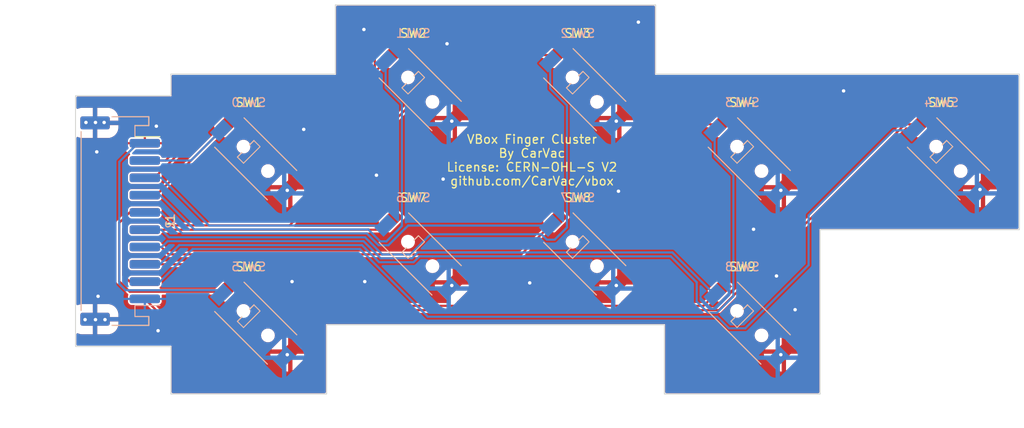
<source format=kicad_pcb>
(kicad_pcb (version 20221018) (generator pcbnew)
  (layers (0 "F.Cu" signal) (31 "B.Cu" signal) (34 "B.Paste" user) (35 "F.Paste" user) (36 "B.SilkS" user "B.Silkscreen") (37 "F.SilkS" user "F.Silkscreen") (38 "B.Mask" user) (39 "F.Mask" user) (44 "Edge.Cuts" user))
  (net 0 "")
  (net 1 "GND")
  (net 2 "START")
  (net 3 "RIGHT")
  (net 4 "DOWN")
  (net 5 "LEFT")
  (net 6 "L")
  (net 7 "UP2")
  (net 8 "PINKY2")
  (net 9 "RING2")
  (net 10 "INDEX2")
  (net 11 "UP")
  (net 12 "MS")
  (net 13 "Z")
  (net 14 "LS")
  (net 15 "X")
  (net 16 "Y")
  (net 17 "RIGHTSTART")
  (net 18 "B")
  (net 19 "R")
  (footprint "Buttons:Vbox" (layer "F.Cu") (at 119 111)
    (fp_text reference "SW7" (at 0 -5.71 unlocked) (layer "F.SilkS"))
    (fp_text value "SW_Push_45deg")
    (fp_line (start -1.308148 0.601041) (end -0.8 0.092893) (stroke (width 0.12)) (layer "F.SilkS"))
    (fp_line (start -0.601041 1.308148) (end -1.308148 0.601041) (stroke (width 0.1)) (layer "F.SilkS"))
    (fp_line (start -0.5374 -3.931513) (end 5.543718 2.149605) (stroke (width 0.12)) (layer "F.SilkS"))
    (fp_line (start 0.601041 -1.308148) (end 0.092893 -0.8) (stroke (width 0.12)) (layer "F.SilkS"))
    (fp_line (start 0.601041 -1.308148) (end 1.308148 -0.601041) (stroke (width 0.1)) (layer "F.SilkS"))
    (fp_line (start 1.308148 -0.601041) (end -0.601041 1.308148) (stroke (width 0.1)) (layer "F.SilkS"))
    (fp_line (start 2.149606 5.543717) (end -3.931512 -0.537401) (stroke (width 0.12)) (layer "F.SilkS"))
    (pad "" np_thru_hole circle (at -0.608111 -0.608112 45) (size 1 1) (drill 1.1) (layers "F&B.Cu" "*.Mask"))
    (pad "" np_thru_hole circle (at 2.220317 2.220316 45) (size 1 1) (drill 1.1) (layers "F&B.Cu" "*.Mask"))
    (pad "1" smd rect (at -2.481944 -3.189051 45) (size 2.2 1.5) (layers "F.Cu" "F.Paste" "F.Mask") (net 5 "LEFT"))
    (pad "2" smd rect (at 4.801256 4.094149 45) (size 2.2 1.5) (layers "F.Cu" "F.Paste" "F.Mask") (net 1 "GND") (thermal_gap 1))
  )
  (footprint "Buttons:Vbox" (layer "F.Cu") (at 180 100)
    (fp_text reference "SW5" (at 0 -5.71 unlocked) (layer "F.SilkS"))
    (fp_text value "SW_Push_45deg")
    (fp_line (start -1.308148 0.601041) (end -0.8 0.092893) (stroke (width 0.12)) (layer "F.SilkS"))
    (fp_line (start -0.601041 1.308148) (end -1.308148 0.601041) (stroke (width 0.1)) (layer "F.SilkS"))
    (fp_line (start -0.5374 -3.931513) (end 5.543718 2.149605) (stroke (width 0.12)) (layer "F.SilkS"))
    (fp_line (start 0.601041 -1.308148) (end 0.092893 -0.8) (stroke (width 0.12)) (layer "F.SilkS"))
    (fp_line (start 0.601041 -1.308148) (end 1.308148 -0.601041) (stroke (width 0.1)) (layer "F.SilkS"))
    (fp_line (start 1.308148 -0.601041) (end -0.601041 1.308148) (stroke (width 0.1)) (layer "F.SilkS"))
    (fp_line (start 2.149606 5.543717) (end -3.931512 -0.537401) (stroke (width 0.12)) (layer "F.SilkS"))
    (pad "" np_thru_hole circle (at -0.608111 -0.608112 45) (size 1 1) (drill 1.1) (layers "F&B.Cu" "*.Mask"))
    (pad "" np_thru_hole circle (at 2.220317 2.220316 45) (size 1 1) (drill 1.1) (layers "F&B.Cu" "*.Mask"))
    (pad "1" smd rect (at -2.481944 -3.189051 45) (size 2.2 1.5) (layers "F.Cu" "F.Paste" "F.Mask") (net 2 "START"))
    (pad "2" smd rect (at 4.801256 4.094149 45) (size 2.2 1.5) (layers "F.Cu" "F.Paste" "F.Mask") (net 1 "GND") (thermal_gap 1))
  )
  (footprint "Buttons:Vbox" (layer "F.Cu") (at 119 92)
    (fp_text reference "SW2" (at 0 -5.71 unlocked) (layer "F.SilkS"))
    (fp_text value "SW_Push_45deg")
    (fp_line (start -1.308148 0.601041) (end -0.8 0.092893) (stroke (width 0.12)) (layer "F.SilkS"))
    (fp_line (start -0.601041 1.308148) (end -1.308148 0.601041) (stroke (width 0.1)) (layer "F.SilkS"))
    (fp_line (start -0.5374 -3.931513) (end 5.543718 2.149605) (stroke (width 0.12)) (layer "F.SilkS"))
    (fp_line (start 0.601041 -1.308148) (end 0.092893 -0.8) (stroke (width 0.12)) (layer "F.SilkS"))
    (fp_line (start 0.601041 -1.308148) (end 1.308148 -0.601041) (stroke (width 0.1)) (layer "F.SilkS"))
    (fp_line (start 1.308148 -0.601041) (end -0.601041 1.308148) (stroke (width 0.1)) (layer "F.SilkS"))
    (fp_line (start 2.149606 5.543717) (end -3.931512 -0.537401) (stroke (width 0.12)) (layer "F.SilkS"))
    (pad "" np_thru_hole circle (at -0.608111 -0.608112 45) (size 1 1) (drill 1.1) (layers "F&B.Cu" "*.Mask"))
    (pad "" np_thru_hole circle (at 2.220317 2.220316 45) (size 1 1) (drill 1.1) (layers "F&B.Cu" "*.Mask"))
    (pad "1" smd rect (at -2.481944 -3.189051 45) (size 2.2 1.5) (layers "F.Cu" "F.Paste" "F.Mask") (net 9 "RING2"))
    (pad "2" smd rect (at 4.801256 4.094149 45) (size 2.2 1.5) (layers "F.Cu" "F.Paste" "F.Mask") (net 1 "GND") (thermal_gap 1))
  )
  (footprint "Buttons:Vbox" (layer "F.Cu") (at 138 92)
    (fp_text reference "SW3" (at 0 -5.71 unlocked) (layer "F.SilkS"))
    (fp_text value "SW_Push_45deg")
    (fp_line (start -1.308148 0.601041) (end -0.8 0.092893) (stroke (width 0.12)) (layer "F.SilkS"))
    (fp_line (start -0.601041 1.308148) (end -1.308148 0.601041) (stroke (width 0.1)) (layer "F.SilkS"))
    (fp_line (start -0.5374 -3.931513) (end 5.543718 2.149605) (stroke (width 0.12)) (layer "F.SilkS"))
    (fp_line (start 0.601041 -1.308148) (end 0.092893 -0.8) (stroke (width 0.12)) (layer "F.SilkS"))
    (fp_line (start 0.601041 -1.308148) (end 1.308148 -0.601041) (stroke (width 0.1)) (layer "F.SilkS"))
    (fp_line (start 1.308148 -0.601041) (end -0.601041 1.308148) (stroke (width 0.1)) (layer "F.SilkS"))
    (fp_line (start 2.149606 5.543717) (end -3.931512 -0.537401) (stroke (width 0.12)) (layer "F.SilkS"))
    (pad "" np_thru_hole circle (at -0.608111 -0.608112 45) (size 1 1) (drill 1.1) (layers "F&B.Cu" "*.Mask"))
    (pad "" np_thru_hole circle (at 2.220317 2.220316 45) (size 1 1) (drill 1.1) (layers "F&B.Cu" "*.Mask"))
    (pad "1" smd rect (at -2.481944 -3.189051 45) (size 2.2 1.5) (layers "F.Cu" "F.Paste" "F.Mask") (net 7 "UP2"))
    (pad "2" smd rect (at 4.801256 4.094149 45) (size 2.2 1.5) (layers "F.Cu" "F.Paste" "F.Mask") (net 1 "GND") (thermal_gap 1))
  )
  (footprint "Buttons:Vbox" (layer "F.Cu") (at 100 119)
    (fp_text reference "SW6" (at 0 -5.71 unlocked) (layer "F.SilkS"))
    (fp_text value "SW_Push_45deg")
    (fp_line (start -1.308148 0.601041) (end -0.8 0.092893) (stroke (width 0.12)) (layer "F.SilkS"))
    (fp_line (start -0.601041 1.308148) (end -1.308148 0.601041) (stroke (width 0.1)) (layer "F.SilkS"))
    (fp_line (start -0.5374 -3.931513) (end 5.543718 2.149605) (stroke (width 0.12)) (layer "F.SilkS"))
    (fp_line (start 0.601041 -1.308148) (end 0.092893 -0.8) (stroke (width 0.12)) (layer "F.SilkS"))
    (fp_line (start 0.601041 -1.308148) (end 1.308148 -0.601041) (stroke (width 0.1)) (layer "F.SilkS"))
    (fp_line (start 1.308148 -0.601041) (end -0.601041 1.308148) (stroke (width 0.1)) (layer "F.SilkS"))
    (fp_line (start 2.149606 5.543717) (end -3.931512 -0.537401) (stroke (width 0.12)) (layer "F.SilkS"))
    (pad "" np_thru_hole circle (at -0.608111 -0.608112 45) (size 1 1) (drill 1.1) (layers "F&B.Cu" "*.Mask"))
    (pad "" np_thru_hole circle (at 2.220317 2.220316 45) (size 1 1) (drill 1.1) (layers "F&B.Cu" "*.Mask"))
    (pad "1" smd rect (at -2.481944 -3.189051 45) (size 2.2 1.5) (layers "F.Cu" "F.Paste" "F.Mask") (net 6 "L"))
    (pad "2" smd rect (at 4.801256 4.094149 45) (size 2.2 1.5) (layers "F.Cu" "F.Paste" "F.Mask") (net 1 "GND") (thermal_gap 1))
  )
  (footprint "Buttons:Vbox" (layer "F.Cu") (at 157 119)
    (fp_text reference "SW9" (at 0 -5.71 unlocked) (layer "F.SilkS"))
    (fp_text value "SW_Push_45deg")
    (fp_line (start -1.308148 0.601041) (end -0.8 0.092893) (stroke (width 0.12)) (layer "F.SilkS"))
    (fp_line (start -0.601041 1.308148) (end -1.308148 0.601041) (stroke (width 0.1)) (layer "F.SilkS"))
    (fp_line (start -0.5374 -3.931513) (end 5.543718 2.149605) (stroke (width 0.12)) (layer "F.SilkS"))
    (fp_line (start 0.601041 -1.308148) (end 0.092893 -0.8) (stroke (width 0.12)) (layer "F.SilkS"))
    (fp_line (start 0.601041 -1.308148) (end 1.308148 -0.601041) (stroke (width 0.1)) (layer "F.SilkS"))
    (fp_line (start 1.308148 -0.601041) (end -0.601041 1.308148) (stroke (width 0.1)) (layer "F.SilkS"))
    (fp_line (start 2.149606 5.543717) (end -3.931512 -0.537401) (stroke (width 0.12)) (layer "F.SilkS"))
    (pad "" np_thru_hole circle (at -0.608111 -0.608112 45) (size 1 1) (drill 1.1) (layers "F&B.Cu" "*.Mask"))
    (pad "" np_thru_hole circle (at 2.220317 2.220316 45) (size 1 1) (drill 1.1) (layers "F&B.Cu" "*.Mask"))
    (pad "1" smd rect (at -2.481944 -3.189051 45) (size 2.2 1.5) (layers "F.Cu" "F.Paste" "F.Mask") (net 3 "RIGHT"))
    (pad "2" smd rect (at 4.801256 4.094149 45) (size 2.2 1.5) (layers "F.Cu" "F.Paste" "F.Mask") (net 1 "GND") (thermal_gap 1))
  )
  (footprint "Buttons:Vbox" (layer "F.Cu") (at 100 100)
    (fp_text reference "SW1" (at 0 -5.71 unlocked) (layer "F.SilkS"))
    (fp_text value "SW_Push_45deg")
    (fp_line (start -1.308148 0.601041) (end -0.8 0.092893) (stroke (width 0.12)) (layer "F.SilkS"))
    (fp_line (start -0.601041 1.308148) (end -1.308148 0.601041) (stroke (width 0.1)) (layer "F.SilkS"))
    (fp_line (start -0.5374 -3.931513) (end 5.543718 2.149605) (stroke (width 0.12)) (layer "F.SilkS"))
    (fp_line (start 0.601041 -1.308148) (end 0.092893 -0.8) (stroke (width 0.12)) (layer "F.SilkS"))
    (fp_line (start 0.601041 -1.308148) (end 1.308148 -0.601041) (stroke (width 0.1)) (layer "F.SilkS"))
    (fp_line (start 1.308148 -0.601041) (end -0.601041 1.308148) (stroke (width 0.1)) (layer "F.SilkS"))
    (fp_line (start 2.149606 5.543717) (end -3.931512 -0.537401) (stroke (width 0.12)) (layer "F.SilkS"))
    (pad "" np_thru_hole circle (at -0.608111 -0.608112 45) (size 1 1) (drill 1.1) (layers "F&B.Cu" "*.Mask"))
    (pad "" np_thru_hole circle (at 2.220317 2.220316 45) (size 1 1) (drill 1.1) (layers "F&B.Cu" "*.Mask"))
    (pad "1" smd rect (at -2.481944 -3.189051 45) (size 2.2 1.5) (layers "F.Cu" "F.Paste" "F.Mask") (net 8 "PINKY2"))
    (pad "2" smd rect (at 4.801256 4.094149 45) (size 2.2 1.5) (layers "F.Cu" "F.Paste" "F.Mask") (net 1 "GND") (thermal_gap 1))
  )
  (footprint "Connector_JST:JST_PH_S10B-PH-SM4-TB_1x10-1MP_P2.00mm_Horizontal" (layer "F.Cu") (at 85.15 108 -90)
    (fp_text reference "J1" (at 0 -5.8 90) (layer "F.SilkS"))
    (fp_text value "Conn_01x10")
    (fp_line (start -12.06 -3.31) (end -11.04 -3.31) (stroke (width 0.12)) (layer "F.SilkS"))
    (fp_line (start -12.06 0.94) (end -12.06 -3.31) (stroke (width 0.12)) (layer "F.SilkS"))
    (fp_line (start -11.04 -3.31) (end -11.04 -1.71) (stroke (width 0.12)) (layer "F.SilkS"))
    (fp_line (start -11.04 -1.71) (end -9.76 -1.71) (stroke (width 0.12)) (layer "F.SilkS"))
    (fp_line (start -10.34 4.51) (end 10.34 4.51) (stroke (width 0.12)) (layer "F.SilkS"))
    (fp_line (start -9.76 -1.71) (end -9.76 -4.6) (stroke (width 0.12)) (layer "F.SilkS"))
    (fp_line (start 11.04 -3.31) (end 11.04 -1.71) (stroke (width 0.12)) (layer "F.SilkS"))
    (fp_line (start 11.04 -1.71) (end 9.76 -1.71) (stroke (width 0.12)) (layer "F.SilkS"))
    (fp_line (start 12.06 -3.31) (end 11.04 -3.31) (stroke (width 0.12)) (layer "F.SilkS"))
    (fp_line (start 12.06 0.94) (end 12.06 -3.31) (stroke (width 0.12)) (layer "F.SilkS"))
    (pad "1" smd roundrect (at -9 -2.85 270) (size 1 3.5) (layers "F.Cu" "F.Paste" "F.Mask") (net 1 "GND") (thermal_bridge_width 0.2) (thermal_gap 0.7))
    (pad "2" smd roundrect (at -7 -2.85 270) (size 1 3.5) (layers "F.Cu" "F.Paste" "F.Mask") (net 10 "INDEX2"))
    (pad "3" smd roundrect (at -5 -2.85 270) (size 1 3.5) (layers "F.Cu" "F.Paste" "F.Mask") (net 9 "RING2"))
    (pad "4" smd roundrect (at -3 -2.85 270) (size 1 3.5) (layers "F.Cu" "F.Paste" "F.Mask") (net 8 "PINKY2"))
    (pad "5" smd roundrect (at -1 -2.85 270) (size 1 3.5) (layers "F.Cu" "F.Paste" "F.Mask") (net 6 "L"))
    (pad "6" smd roundrect (at 1 -2.85 270) (size 1 3.5) (layers "F.Cu" "F.Paste" "F.Mask") (net 5 "LEFT"))
    (pad "7" smd roundrect (at 3 -2.85 270) (size 1 3.5) (layers "F.Cu" "F.Paste" "F.Mask") (net 4 "DOWN"))
    (pad "8" smd roundrect (at 5 -2.85 270) (size 1 3.5) (layers "F.Cu" "F.Paste" "F.Mask") (net 3 "RIGHT"))
    (pad "9" smd roundrect (at 7 -2.85 270) (size 1 3.5) (layers "F.Cu" "F.Paste" "F.Mask") (net 7 "UP2"))
    (pad "10" smd roundrect (at 9 -2.85 270) (size 1 3.5) (layers "F.Cu" "F.Paste" "F.Mask") (net 2 "START"))
    (pad "MP" smd roundrect (at -11.35 2.9 270) (size 1.5 3.4) (layers "F.Cu" "F.Paste" "F.Mask") (roundrect_rratio 0.1666673333) (net 1 "GND") (thermal_gap 1))
    (pad "MP" smd roundrect (at 11.35 2.9 270) (size 1.5 3.4) (layers "F.Cu" "F.Paste" "F.Mask") (roundrect_rratio 0.1666673333) (net 1 "GND") (thermal_gap 1))
  )
  (footprint "Buttons:Vbox" (layer "F.Cu") (at 138 111)
    (fp_text reference "SW8" (at 0 -5.71 unlocked) (layer "F.SilkS"))
    (fp_text value "SW_Push_45deg")
    (fp_line (start -1.308148 0.601041) (end -0.8 0.092893) (stroke (width 0.12)) (layer "F.SilkS"))
    (fp_line (start -0.601041 1.308148) (end -1.308148 0.601041) (stroke (width 0.1)) (layer "F.SilkS"))
    (fp_line (start -0.5374 -3.931513) (end 5.543718 2.149605) (stroke (width 0.12)) (layer "F.SilkS"))
    (fp_line (start 0.601041 -1.308148) (end 0.092893 -0.8) (stroke (width 0.12)) (layer "F.SilkS"))
    (fp_line (start 0.601041 -1.308148) (end 1.308148 -0.601041) (stroke (width 0.1)) (layer "F.SilkS"))
    (fp_line (start 1.308148 -0.601041) (end -0.601041 1.308148) (stroke (width 0.1)) (layer "F.SilkS"))
    (fp_line (start 2.149606 5.543717) (end -3.931512 -0.537401) (stroke (width 0.12)) (layer "F.SilkS"))
    (pad "" np_thru_hole circle (at -0.608111 -0.608112 45) (size 1 1) (drill 1.1) (layers "F&B.Cu" "*.Mask"))
    (pad "" np_thru_hole circle (at 2.220317 2.220316 45) (size 1 1) (drill 1.1) (layers "F&B.Cu" "*.Mask"))
    (pad "1" smd rect (at -2.481944 -3.189051 45) (size 2.2 1.5) (layers "F.Cu" "F.Paste" "F.Mask") (net 4 "DOWN"))
    (pad "2" smd rect (at 4.801256 4.094149 45) (size 2.2 1.5) (layers "F.Cu" "F.Paste" "F.Mask") (net 1 "GND") (thermal_gap 1))
  )
  (footprint "Buttons:Vbox" (layer "F.Cu") (at 157 100)
    (fp_text reference "SW4" (at 0 -5.71 unlocked) (layer "F.SilkS"))
    (fp_text value "SW_Push_45deg")
    (fp_line (start -1.308148 0.601041) (end -0.8 0.092893) (stroke (width 0.12)) (layer "F.SilkS"))
    (fp_line (start -0.601041 1.308148) (end -1.308148 0.601041) (stroke (width 0.1)) (layer "F.SilkS"))
    (fp_line (start -0.5374 -3.931513) (end 5.543718 2.149605) (stroke (width 0.12)) (layer "F.SilkS"))
    (fp_line (start 0.601041 -1.308148) (end 0.092893 -0.8) (stroke (width 0.12)) (layer "F.SilkS"))
    (fp_line (start 0.601041 -1.308148) (end 1.308148 -0.601041) (stroke (width 0.1)) (layer "F.SilkS"))
    (fp_line (start 1.308148 -0.601041) (end -0.601041 1.308148) (stroke (width 0.1)) (layer "F.SilkS"))
    (fp_line (start 2.149606 5.543717) (end -3.931512 -0.537401) (stroke (width 0.12)) (layer "F.SilkS"))
    (pad "" np_thru_hole circle (at -0.608111 -0.608112 45) (size 1 1) (drill 1.1) (layers "F&B.Cu" "*.Mask"))
    (pad "" np_thru_hole circle (at 2.220317 2.220316 45) (size 1 1) (drill 1.1) (layers "F&B.Cu" "*.Mask"))
    (pad "1" smd rect (at -2.481944 -3.189051 45) (size 2.2 1.5) (layers "F.Cu" "F.Paste" "F.Mask") (net 10 "INDEX2"))
    (pad "2" smd rect (at 4.801256 4.094149 45) (size 2.2 1.5) (layers "F.Cu" "F.Paste" "F.Mask") (net 1 "GND") (thermal_gap 1))
  )
  (footprint "Connector_JST:JST_PH_S10B-PH-SM4-TB_1x10-1MP_P2.00mm_Horizontal" (layer "B.Cu") (at 85.15 108 90)
    (fp_text reference "J2" (at 0 5.8 90) (layer "B.SilkS") (effects (justify mirror)))
    (fp_text value "Conn_01x10")
    (fp_line (start -12.06 -0.94) (end -12.06 3.31) (stroke (width 0.12)) (layer "B.SilkS"))
    (fp_line (start -12.06 3.31) (end -11.04 3.31) (stroke (width 0.12)) (layer "B.SilkS"))
    (fp_line (start -11.04 1.71) (end -9.76 1.71) (stroke (width 0.12)) (layer "B.SilkS"))
    (fp_line (start -11.04 3.31) (end -11.04 1.71) (stroke (width 0.12)) (layer "B.SilkS"))
    (fp_line (start -10.34 -4.51) (end 10.34 -4.51) (stroke (width 0.12)) (layer "B.SilkS"))
    (fp_line (start -9.76 1.71) (end -9.76 4.6) (stroke (width 0.12)) (layer "B.SilkS"))
    (fp_line (start 11.04 1.71) (end 9.76 1.71) (stroke (width 0.12)) (layer "B.SilkS"))
    (fp_line (start 11.04 3.31) (end 11.04 1.71) (stroke (width 0.12)) (layer "B.SilkS"))
    (fp_line (start 12.06 -0.94) (end 12.06 3.31) (stroke (width 0.12)) (layer "B.SilkS"))
    (fp_line (start 12.06 3.31) (end 11.04 3.31) (stroke (width 0.12)) (layer "B.SilkS"))
    (pad "1" smd roundrect (at -9 2.85 90) (size 1 3.5) (layers "B.Cu" "B.Paste" "B.Mask") (net 1 "GND") (thermal_bridge_width 0.2) (thermal_gap 0.7))
    (pad "2" smd roundrect (at -7 2.85 90) (size 1 3.5) (layers "B.Cu" "B.Paste" "B.Mask") (net 17 "RIGHTSTART"))
    (pad "3" smd roundrect (at -5 2.85 90) (size 1 3.5) (layers "B.Cu" "B.Paste" "B.Mask") (net 19 "R"))
    (pad "4" smd roundrect (at -3 2.85 90) (size 1 3.5) (layers "B.Cu" "B.Paste" "B.Mask") (net 18 "B"))
    (pad "5" smd roundrect (at -1 2.85 90) (size 1 3.5) (layers "B.Cu" "B.Paste" "B.Mask") (net 16 "Y"))
    (pad "6" smd roundrect (at 1 2.85 90) (size 1 3.5) (layers "B.Cu" "B.Paste" "B.Mask") (net 15 "X"))
    (pad "7" smd roundrect (at 3 2.85 90) (size 1 3.5) (layers "B.Cu" "B.Paste" "B.Mask") (net 14 "LS"))
    (pad "8" smd roundrect (at 5 2.85 90) (size 1 3.5) (layers "B.Cu" "B.Paste" "B.Mask") (net 13 "Z"))
    (pad "9" smd roundrect (at 7 2.85 90) (size 1 3.5) (layers "B.Cu" "B.Paste" "B.Mask") (net 12 "MS"))
    (pad "10" smd roundrect (at 9 2.85 90) (size 1 3.5) (layers "B.Cu" "B.Paste" "B.Mask") (net 11 "UP") (thermal_bridge_width 0.2) (thermal_gap 0.7))
    (pad "MP" smd roundrect (at -11.35 -2.9 90) (size 1.5 3.4) (layers "B.Cu" "B.Paste" "B.Mask") (roundrect_rratio 0.1666673333) (net 1 "GND") (thermal_gap 1))
    (pad "MP" smd roundrect (at 11.35 -2.9 90) (size 1.5 3.4) (layers "B.Cu" "B.Paste" "B.Mask") (roundrect_rratio 0.1666673333) (net 1 "GND") (thermal_gap 1))
  )
  (footprint "Buttons:Vbox_1" (layer "B.Cu") (at 100 100 180)
    (fp_text reference "SW10" (at 0 5.71 unlocked) (layer "B.SilkS") (effects (justify mirror)))
    (fp_text value "SW_Push_45deg")
    (fp_line (start -5.543717 -2.149606) (end 0.537401 3.931512) (stroke (width 0.12)) (layer "B.SilkS"))
    (fp_line (start -1.308148 0.601041) (end -0.601041 1.308148) (stroke (width 0.1)) (layer "B.SilkS"))
    (fp_line (start -0.601041 1.308148) (end -0.1 0.807107) (stroke (width 0.12)) (layer "B.SilkS"))
    (fp_line (start 0.601041 -1.308148) (end -1.308148 0.601041) (stroke (width 0.1)) (layer "B.SilkS"))
    (fp_line (start 1.308148 -0.601041) (end 0.601041 -1.308148) (stroke (width 0.1)) (layer "B.SilkS"))
    (fp_line (start 1.308148 -0.601041) (end 0.8 -0.092893) (stroke (width 0.12)) (layer "B.SilkS"))
    (fp_line (start 3.931513 0.5374) (end -2.149605 -5.543718) (stroke (width 0.12)) (layer "B.SilkS"))
    (pad "1" smd rect (at 3.189051 2.481944 225) (size 2.2 1.5) (layers "B.Cu" "B.Paste" "B.Mask") (net 12 "MS"))
    (pad "2" smd rect (at -4.094149 -4.801256 225) (size 2.2 1.5) (layers "B.Cu" "B.Paste" "B.Mask") (net 1 "GND") (thermal_gap 1))
  )
  (footprint "Buttons:Vbox_1" (layer "B.Cu") (at 157 100 180)
    (fp_text reference "SW13" (at 0 5.71 unlocked) (layer "B.SilkS") (effects (justify mirror)))
    (fp_text value "SW_Push_45deg")
    (fp_line (start -5.543717 -2.149606) (end 0.537401 3.931512) (stroke (width 0.12)) (layer "B.SilkS"))
    (fp_line (start -1.308148 0.601041) (end -0.601041 1.308148) (stroke (width 0.1)) (layer "B.SilkS"))
    (fp_line (start -0.601041 1.308148) (end -0.1 0.807107) (stroke (width 0.12)) (layer "B.SilkS"))
    (fp_line (start 0.601041 -1.308148) (end -1.308148 0.601041) (stroke (width 0.1)) (layer "B.SilkS"))
    (fp_line (start 1.308148 -0.601041) (end 0.601041 -1.308148) (stroke (width 0.1)) (layer "B.SilkS"))
    (fp_line (start 1.308148 -0.601041) (end 0.8 -0.092893) (stroke (width 0.12)) (layer "B.SilkS"))
    (fp_line (start 3.931513 0.5374) (end -2.149605 -5.543718) (stroke (width 0.12)) (layer "B.SilkS"))
    (pad "1" smd rect (at 3.189051 2.481944 225) (size 2.2 1.5) (layers "B.Cu" "B.Paste" "B.Mask") (net 19 "R"))
    (pad "2" smd rect (at -4.094149 -4.801256 225) (size 2.2 1.5) (layers "B.Cu" "B.Paste" "B.Mask") (net 1 "GND") (thermal_gap 1))
  )
  (footprint "Buttons:Vbox_1" (layer "B.Cu") (at 180 100 180)
    (fp_text reference "SW14" (at 0 5.71 unlocked) (layer "B.SilkS") (effects (justify mirror)))
    (fp_text value "SW_Push_45deg")
    (fp_line (start -5.543717 -2.149606) (end 0.537401 3.931512) (stroke (width 0.12)) (layer "B.SilkS"))
    (fp_line (start -1.308148 0.601041) (end -0.601041 1.308148) (stroke (width 0.1)) (layer "B.SilkS"))
    (fp_line (start -0.601041 1.308148) (end -0.1 0.807107) (stroke (width 0.12)) (layer "B.SilkS"))
    (fp_line (start 0.601041 -1.308148) (end -1.308148 0.601041) (stroke (width 0.1)) (layer "B.SilkS"))
    (fp_line (start 1.308148 -0.601041) (end 0.601041 -1.308148) (stroke (width 0.1)) (layer "B.SilkS"))
    (fp_line (start 1.308148 -0.601041) (end 0.8 -0.092893) (stroke (width 0.12)) (layer "B.SilkS"))
    (fp_line (start 3.931513 0.5374) (end -2.149605 -5.543718) (stroke (width 0.12)) (layer "B.SilkS"))
    (pad "1" smd rect (at 3.189051 2.481944 225) (size 2.2 1.5) (layers "B.Cu" "B.Paste" "B.Mask") (net 17 "RIGHTSTART"))
    (pad "2" smd rect (at -4.094149 -4.801256 225) (size 2.2 1.5) (layers "B.Cu" "B.Paste" "B.Mask") (net 1 "GND") (thermal_gap 1))
  )
  (footprint "Buttons:Vbox_1" (layer "B.Cu") (at 100 119 180)
    (fp_text reference "SW15" (at 0 5.71 unlocked) (layer "B.SilkS") (effects (justify mirror)))
    (fp_text value "SW_Push_45deg")
    (fp_line (start -5.543717 -2.149606) (end 0.537401 3.931512) (stroke (width 0.12)) (layer "B.SilkS"))
    (fp_line (start -1.308148 0.601041) (end -0.601041 1.308148) (stroke (width 0.1)) (layer "B.SilkS"))
    (fp_line (start -0.601041 1.308148) (end -0.1 0.807107) (stroke (width 0.12)) (layer "B.SilkS"))
    (fp_line (start 0.601041 -1.308148) (end -1.308148 0.601041) (stroke (width 0.1)) (layer "B.SilkS"))
    (fp_line (start 1.308148 -0.601041) (end 0.601041 -1.308148) (stroke (width 0.1)) (layer "B.SilkS"))
    (fp_line (start 1.308148 -0.601041) (end 0.8 -0.092893) (stroke (width 0.12)) (layer "B.SilkS"))
    (fp_line (start 3.931513 0.5374) (end -2.149605 -5.543718) (stroke (width 0.12)) (layer "B.SilkS"))
    (pad "1" smd rect (at 3.189051 2.481944 225) (size 2.2 1.5) (layers "B.Cu" "B.Paste" "B.Mask") (net 11 "UP"))
    (pad "2" smd rect (at -4.094149 -4.801256 225) (size 2.2 1.5) (layers "B.Cu" "B.Paste" "B.Mask") (net 1 "GND") (thermal_gap 1))
  )
  (footprint "Buttons:Vbox_1" (layer "B.Cu") (at 138 111 180)
    (fp_text reference "SW17" (at 0 5.71 unlocked) (layer "B.SilkS") (effects (justify mirror)))
    (fp_text value "SW_Push_45deg")
    (fp_line (start -5.543717 -2.149606) (end 0.537401 3.931512) (stroke (width 0.12)) (layer "B.SilkS"))
    (fp_line (start -1.308148 0.601041) (end -0.601041 1.308148) (stroke (width 0.1)) (layer "B.SilkS"))
    (fp_line (start -0.601041 1.308148) (end -0.1 0.807107) (stroke (width 0.12)) (layer "B.SilkS"))
    (fp_line (start 0.601041 -1.308148) (end -1.308148 0.601041) (stroke (width 0.1)) (layer "B.SilkS"))
    (fp_line (start 1.308148 -0.601041) (end 0.601041 -1.308148) (stroke (width 0.1)) (layer "B.SilkS"))
    (fp_line (start 1.308148 -0.601041) (end 0.8 -0.092893) (stroke (width 0.12)) (layer "B.SilkS"))
    (fp_line (start 3.931513 0.5374) (end -2.149605 -5.543718) (stroke (width 0.12)) (layer "B.SilkS"))
    (pad "1" smd rect (at 3.189051 2.481944 225) (size 2.2 1.5) (layers "B.Cu" "B.Paste" "B.Mask") (net 15 "X"))
    (pad "2" smd rect (at -4.094149 -4.801256 225) (size 2.2 1.5) (layers "B.Cu" "B.Paste" "B.Mask") (net 1 "GND") (thermal_gap 1))
  )
  (footprint "Buttons:Vbox_1" (layer "B.Cu") (at 138 92 180)
    (fp_text reference "SW12" (at 0 5.71 unlocked) (layer "B.SilkS") (effects (justify mirror)))
    (fp_text value "SW_Push_45deg")
    (fp_line (start -5.543717 -2.149606) (end 0.537401 3.931512) (stroke (width 0.12)) (layer "B.SilkS"))
    (fp_line (start -1.308148 0.601041) (end -0.601041 1.308148) (stroke (width 0.1)) (layer "B.SilkS"))
    (fp_line (start -0.601041 1.308148) (end -0.1 0.807107) (stroke (width 0.12)) (layer "B.SilkS"))
    (fp_line (start 0.601041 -1.308148) (end -1.308148 0.601041) (stroke (width 0.1)) (layer "B.SilkS"))
    (fp_line (start 1.308148 -0.601041) (end 0.601041 -1.308148) (stroke (width 0.1)) (layer "B.SilkS"))
    (fp_line (start 1.308148 -0.601041) (end 0.8 -0.092893) (stroke (width 0.12)) (layer "B.SilkS"))
    (fp_line (start 3.931513 0.5374) (end -2.149605 -5.543718) (stroke (width 0.12)) (layer "B.SilkS"))
    (pad "1" smd rect (at 3.189051 2.481944 225) (size 2.2 1.5) (layers "B.Cu" "B.Paste" "B.Mask") (net 16 "Y"))
    (pad "2" smd rect (at -4.094149 -4.801256 225) (size 2.2 1.5) (layers "B.Cu" "B.Paste" "B.Mask") (net 1 "GND") (thermal_gap 1))
  )
  (footprint "Buttons:Vbox_1" (layer "B.Cu") (at 119 111 180)
    (fp_text reference "SW16" (at 0 5.71 unlocked) (layer "B.SilkS") (effects (justify mirror)))
    (fp_text value "SW_Push_45deg")
    (fp_line (start -5.543717 -2.149606) (end 0.537401 3.931512) (stroke (width 0.12)) (layer "B.SilkS"))
    (fp_line (start -1.308148 0.601041) (end -0.601041 1.308148) (stroke (width 0.1)) (layer "B.SilkS"))
    (fp_line (start -0.601041 1.308148) (end -0.1 0.807107) (stroke (width 0.12)) (layer "B.SilkS"))
    (fp_line (start 0.601041 -1.308148) (end -1.308148 0.601041) (stroke (width 0.1)) (layer "B.SilkS"))
    (fp_line (start 1.308148 -0.601041) (end 0.601041 -1.308148) (stroke (width 0.1)) (layer "B.SilkS"))
    (fp_line (start 1.308148 -0.601041) (end 0.8 -0.092893) (stroke (width 0.12)) (layer "B.SilkS"))
    (fp_line (start 3.931513 0.5374) (end -2.149605 -5.543718) (stroke (width 0.12)) (layer "B.SilkS"))
    (pad "1" smd rect (at 3.189051 2.481944 225) (size 2.2 1.5) (layers "B.Cu" "B.Paste" "B.Mask") (net 13 "Z"))
    (pad "2" smd rect (at -4.094149 -4.801256 225) (size 2.2 1.5) (layers "B.Cu" "B.Paste" "B.Mask") (net 1 "GND") (thermal_gap 1))
  )
  (footprint "Buttons:Vbox_1" (layer "B.Cu") (at 119 92 180)
    (fp_text reference "SW11" (at 0 5.71 unlocked) (layer "B.SilkS") (effects (justify mirror)))
    (fp_text value "SW_Push_45deg")
    (fp_line (start -5.543717 -2.149606) (end 0.537401 3.931512) (stroke (width 0.12)) (layer "B.SilkS"))
    (fp_line (start -1.308148 0.601041) (end -0.601041 1.308148) (stroke (width 0.1)) (layer "B.SilkS"))
    (fp_line (start -0.601041 1.308148) (end -0.1 0.807107) (stroke (width 0.12)) (layer "B.SilkS"))
    (fp_line (start 0.601041 -1.308148) (end -1.308148 0.601041) (stroke (width 0.1)) (layer "B.SilkS"))
    (fp_line (start 1.308148 -0.601041) (end 0.601041 -1.308148) (stroke (width 0.1)) (layer "B.SilkS"))
    (fp_line (start 1.308148 -0.601041) (end 0.8 -0.092893) (stroke (width 0.12)) (layer "B.SilkS"))
    (fp_line (start 3.931513 0.5374) (end -2.149605 -5.543718) (stroke (width 0.12)) (layer "B.SilkS"))
    (pad "1" smd rect (at 3.189051 2.481944 225) (size 2.2 1.5) (layers "B.Cu" "B.Paste" "B.Mask") (net 14 "LS"))
    (pad "2" smd rect (at -4.094149 -4.801256 225) (size 2.2 1.5) (layers "B.Cu" "B.Paste" "B.Mask") (net 1 "GND") (thermal_gap 1))
  )
  (footprint "Buttons:Vbox_1" (layer "B.Cu") (at 157 119 180)
    (fp_text reference "SW18" (at 0 5.71 unlocked) (layer "B.SilkS") (effects (justify mirror)))
    (fp_text value "SW_Push_45deg")
    (fp_line (start -5.543717 -2.149606) (end 0.537401 3.931512) (stroke (width 0.12)) (layer "B.SilkS"))
    (fp_line (start -1.308148 0.601041) (end -0.601041 1.308148) (stroke (width 0.1)) (layer "B.SilkS"))
    (fp_line (start -0.601041 1.308148) (end -0.1 0.807107) (stroke (width 0.12)) (layer "B.SilkS"))
    (fp_line (start 0.601041 -1.308148) (end -1.308148 0.601041) (stroke (width 0.1)) (layer "B.SilkS"))
    (fp_line (start 1.308148 -0.601041) (end 0.601041 -1.308148) (stroke (width 0.1)) (layer "B.SilkS"))
    (fp_line (start 1.308148 -0.601041) (end 0.8 -0.092893) (stroke (width 0.12)) (layer "B.SilkS"))
    (fp_line (start 3.931513 0.5374) (end -2.149605 -5.543718) (stroke (width 0.12)) (layer "B.SilkS"))
    (pad "1" smd rect (at 3.189051 2.481944 225) (size 2.2 1.5) (layers "B.Cu" "B.Paste" "B.Mask") (net 18 "B"))
    (pad "2" smd rect (at -4.094149 -4.801256 225) (size 2.2 1.5) (layers "B.Cu" "B.Paste" "B.Mask") (net 1 "GND") (thermal_gap 1))
  )
  (gr_poly (pts (xy 91 122.5) (xy 91 128) (xy 109 128) (xy 109 120) (xy 148 120) (xy 148 128) (xy 166 128) (xy 166 109) (xy 189 109) (xy 189 91) (xy 147 91) (xy 147 83) (xy 110 83) (xy 110 91) (xy 91 91) (xy 91 93.5) (xy 80 93.5) (xy 80 122.5)) (stroke (width 0.1)) (fill none) (layer "Edge.Cuts"))
  (gr_text "VBox Finger Cluster\nBy CarVac\nLicense: CERN-OHL-S V2\ngithub.com/CarVac/vbox" (at 132.71 103.96) (layer "F.SilkS") (effects (font (size 1 1)) (justify bottom)))
  (via (at 142.45 115.45) (size 0.8) (drill 0.4) (layers "F.Cu" "B.Cu") (net 1))
  (via (at 161.45 123.45) (size 0.8) (drill 0.4) (layers "F.Cu" "B.Cu") (net 1))
  (via (at 89.33 97.03) (size 0.8) (drill 0.4) (layers "F.Cu" "B.Cu") (net 1))
  (via (at 132.45 115.15) (size 0.8) (drill 0.4) (layers "F.Cu" "B.Cu") (net 1))
  (via (at 160.95 114.35) (size 0.8) (drill 0.4) (layers "F.Cu" "B.Cu") (net 1))
  (via (at 81.1 119.4) (size 0.8) (drill 0.4) (layers "F.Cu" "B.Cu") (net 1))
  (via (at 82.3 96.6) (size 0.8) (drill 0.4) (layers "F.Cu" "B.Cu") (net 1))
  (via (at 113.4 115) (size 0.8) (drill 0.4) (layers "F.Cu" "B.Cu") (net 1))
  (via (at 83.3 96.6) (size 0.8) (drill 0.4) (layers "F.Cu" "B.Cu") (net 1))
  (via (at 89.53 120.68) (size 0.8) (drill 0.4) (layers "F.Cu" "B.Cu") (net 1))
  (via (at 83.4 119.4) (size 0.8) (drill 0.4) (layers "F.Cu" "B.Cu") (net 1))
  (via (at 142.45 96.45) (size 0.8) (drill 0.4) (layers "F.Cu" "B.Cu") (net 1))
  (via (at 123.45 115.45) (size 0.8) (drill 0.4) (layers "F.Cu" "B.Cu") (net 1))
  (via (at 142.7 104.55) (size 0.8) (drill 0.4) (layers "F.Cu" "B.Cu") (net 1))
  (via (at 82.45 100) (size 0.8) (drill 0.4) (layers "F.Cu" "B.Cu") (net 1))
  (via (at 106.35 97.4) (size 0.8) (drill 0.4) (layers "F.Cu" "B.Cu") (net 1))
  (via (at 122.9 87.5) (size 0.8) (drill 0.4) (layers "F.Cu" "B.Cu") (net 1))
  (via (at 114.75 102.7) (size 0.8) (drill 0.4) (layers "F.Cu" "B.Cu") (net 1))
  (via (at 145 85) (size 0.8) (drill 0.4) (layers "F.Cu" "B.Cu") (net 1))
  (via (at 161.45 104.45) (size 0.8) (drill 0.4) (layers "F.Cu" "B.Cu") (net 1))
  (via (at 104.45 123.45) (size 0.8) (drill 0.4) (layers "F.Cu" "B.Cu") (net 1))
  (via (at 105 115) (size 0.8) (drill 0.4) (layers "F.Cu" "B.Cu") (net 1))
  (via (at 184.45 104.35) (size 0.8) (drill 0.4) (layers "F.Cu" "B.Cu") (net 1))
  (via (at 104.45 104.45) (size 0.8) (drill 0.4) (layers "F.Cu" "B.Cu") (net 1))
  (via (at 82.6 116.7) (size 0.8) (drill 0.4) (layers "F.Cu" "B.Cu") (net 1))
  (via (at 81.2 96.6) (size 0.8) (drill 0.4) (layers "F.Cu" "B.Cu") (net 1))
  (via (at 113.3 85.85) (size 0.8) (drill 0.4) (layers "F.Cu" "B.Cu") (net 1))
  (via (at 122.45 103.15) (size 0.8) (drill 0.4) (layers "F.Cu" "B.Cu") (net 1))
  (via (at 168.7 92.95) (size 0.8) (drill 0.4) (layers "F.Cu" "B.Cu") (net 1))
  (via (at 163.1 118.25) (size 0.8) (drill 0.4) (layers "F.Cu" "B.Cu") (net 1))
  (via (at 158.3 108.95) (size 0.8) (drill 0.4) (layers "F.Cu" "B.Cu") (net 1))
  (via (at 82.3 119.4) (size 0.8) (drill 0.4) (layers "F.Cu" "B.Cu") (net 1))
  (via (at 123.45 96.45) (size 0.8) (drill 0.4) (layers "F.Cu" "B.Cu") (net 1))
  (segment (start 88 117) (end 90.5 119.5) (width 0.25) (layer "F.Cu") (net 2))
  (segment (start 103.7 118.3) (end 154.3 118.3) (width 0.25) (layer "F.Cu") (net 2))
  (segment (start 90.5 119.5) (end 102.5 119.5) (width 0.25) (layer "F.Cu") (net 2))
  (segment (start 175.789051 96.810949) (end 177.518056 96.810949) (width 0.25) (layer "F.Cu") (net 2))
  (segment (start 154.3 118.3) (end 175.789051 96.810949) (width 0.25) (layer "F.Cu") (net 2))
  (segment (start 102.5 119.5) (end 103.7 118.3) (width 0.25) (layer "F.Cu") (net 2))
  (segment (start 88 113) (end 106.1 113) (width 0.25) (layer "F.Cu") (net 3))
  (segment (start 106.1 113) (end 110.9 117.8) (width 0.25) (layer "F.Cu") (net 3))
  (segment (start 110.9 117.8) (end 152.529005 117.8) (width 0.25) (layer "F.Cu") (net 3))
  (segment (start 152.529005 117.8) (end 154.518056 115.810949) (width 0.25) (layer "F.Cu") (net 3))
  (segment (start 90.75 111.85) (end 131.479005 111.85) (width 0.25) (layer "F.Cu") (net 4))
  (segment (start 88 111) (end 89.9 111) (width 0.25) (layer "F.Cu") (net 4))
  (segment (start 131.479005 111.85) (end 135.518056 107.810949) (width 0.25) (layer "F.Cu") (net 4))
  (segment (start 89.9 111) (end 90.75 111.85) (width 0.25) (layer "F.Cu") (net 4))
  (segment (start 88 109) (end 115.329005 109) (width 0.25) (layer "F.Cu") (net 5))
  (segment (start 115.329005 109) (end 116.518056 107.810949) (width 0.25) (layer "F.Cu") (net 5))
  (segment (start 97.154005 116.175) (end 97.518056 115.810949) (width 0.25) (layer "F.Cu") (net 6))
  (segment (start 85.05 114.963174) (end 86.261826 116.175) (width 0.25) (layer "F.Cu") (net 6))
  (segment (start 86.261826 116.175) (end 97.154005 116.175) (width 0.25) (layer "F.Cu") (net 6))
  (segment (start 85.05 108.2) (end 85.05 114.963174) (width 0.25) (layer "F.Cu") (net 6))
  (segment (start 86.25 107) (end 85.05 108.2) (width 0.25) (layer "F.Cu") (net 6))
  (segment (start 88 107) (end 86.25 107) (width 0.25) (layer "F.Cu") (net 6))
  (segment (start 86.25 115) (end 85.5 114.25) (width 0.25) (layer "F.Cu") (net 7))
  (segment (start 86.225 108.175) (end 89.738174 108.175) (width 0.25) (layer "F.Cu") (net 7))
  (segment (start 90.063174 108.5) (end 104.72 108.5) (width 0.25) (layer "F.Cu") (net 7))
  (segment (start 85.5 114.25) (end 85.5 108.9) (width 0.25) (layer "F.Cu") (net 7))
  (segment (start 88 115) (end 86.25 115) (width 0.25) (layer "F.Cu") (net 7))
  (segment (start 89.738174 108.175) (end 90.063174 108.5) (width 0.25) (layer "F.Cu") (net 7))
  (segment (start 124.409051 88.810949) (end 135.518056 88.810949) (width 0.25) (layer "F.Cu") (net 7))
  (segment (start 85.5 108.9) (end 86.225 108.175) (width 0.25) (layer "F.Cu") (net 7))
  (segment (start 104.72 108.5) (end 124.409051 88.810949) (width 0.25) (layer "F.Cu") (net 7))
  (segment (start 88 105) (end 89.329005 105) (width 0.25) (layer "F.Cu") (net 8))
  (segment (start 89.329005 105) (end 97.518056 96.810949) (width 0.25) (layer "F.Cu") (net 8))
  (segment (start 98.7 93.4) (end 111.929005 93.4) (width 0.25) (layer "F.Cu") (net 9))
  (segment (start 111.929005 93.4) (end 116.518056 88.810949) (width 0.25) (layer "F.Cu") (net 9))
  (segment (start 89.1 103) (end 98.7 93.4) (width 0.25) (layer "F.Cu") (net 9))
  (segment (start 88 103) (end 89.1 103) (width 0.25) (layer "F.Cu") (net 9))
  (segment (start 90.4 101) (end 98.45 92.95) (width 0.25) (layer "F.Cu") (net 10))
  (segment (start 150.810949 96.810949) (end 154.518056 96.810949) (width 0.25) (layer "F.Cu") (net 10))
  (segment (start 140 86) (end 150.810949 96.810949) (width 0.25) (layer "F.Cu") (net 10))
  (segment (start 111.742609 92.95) (end 114.56 90.132609) (width 0.25) (layer "F.Cu") (net 10))
  (segment (start 117.34 86) (end 140 86) (width 0.25) (layer "F.Cu") (net 10))
  (segment (start 114.56 88.78) (end 117.34 86) (width 0.25) (layer "F.Cu") (net 10))
  (segment (start 88 101) (end 90.4 101) (width 0.25) (layer "F.Cu") (net 10))
  (segment (start 114.56 90.132609) (end 114.56 88.78) (width 0.25) (layer "F.Cu") (net 10))
  (segment (start 98.45 92.95) (end 111.742609 92.95) (width 0.25) (layer "F.Cu") (net 10))
  (segment (start 96.292893 116) (end 85.8 116) (width 0.25) (layer "B.Cu") (net 11))
  (segment (start 87.2 99) (end 88 99) (width 0.25) (layer "B.Cu") (net 11))
  (segment (start 85.05 101.15) (end 87.2 99) (width 0.25) (layer "B.Cu") (net 11))
  (segment (start 96.810949 116.518056) (end 96.292893 116) (width 0.25) (layer "B.Cu") (net 11))
  (segment (start 85.05 115.25) (end 85.05 101.15) (width 0.25) (layer "B.Cu") (net 11))
  (segment (start 85.8 116) (end 85.05 115.25) (width 0.25) (layer "B.Cu") (net 11))
  (segment (start 96.810949 97.518056) (end 93.329005 101) (width 0.25) (layer "B.Cu") (net 12))
  (segment (start 93.329005 101) (end 88 101) (width 0.25) (layer "B.Cu") (net 12))
  (segment (start 89.9 103) (end 88 103) (width 0.25) (layer "B.Cu") (net 13))
  (segment (start 115.810949 108.518056) (end 95.418056 108.518056) (width 0.25) (layer "B.Cu") (net 13))
  (segment (start 95.418056 108.518056) (end 89.9 103) (width 0.25) (layer "B.Cu") (net 13))
  (segment (start 115.810949 92.580949) (end 115.810949 89.518056) (width 0.25) (layer "B.Cu") (net 14))
  (segment (start 113.808056 108.968056) (end 115.19 110.35) (width 0.25) (layer "B.Cu") (net 14))
  (segment (start 89.75 105) (end 88 105) (width 0.25) (layer "B.Cu") (net 14))
  (segment (start 113.808056 108.968056) (end 93.718056 108.968056) (width 0.25) (layer "B.Cu") (net 14))
  (segment (start 117.69 94.46) (end 115.810949 92.580949) (width 0.25) (layer "B.Cu") (net 14))
  (segment (start 115.9 110.35) (end 117.69 108.56) (width 0.25) (layer "B.Cu") (net 14))
  (segment (start 115.19 110.35) (end 115.9 110.35) (width 0.25) (layer "B.Cu") (net 14))
  (segment (start 117.69 108.56) (end 117.69 94.46) (width 0.25) (layer "B.Cu") (net 14))
  (segment (start 93.718056 108.968056) (end 89.75 105) (width 0.25) (layer "B.Cu") (net 14))
  (segment (start 113.633604 109.43) (end 92.33 109.43) (width 0.25) (layer "B.Cu") (net 15))
  (segment (start 116.13 110.8) (end 115.003604 110.8) (width 0.25) (layer "B.Cu") (net 15))
  (segment (start 92.33 109.43) (end 89.9 107) (width 0.25) (layer "B.Cu") (net 15))
  (segment (start 115.003604 110.8) (end 113.633604 109.43) (width 0.25) (layer "B.Cu") (net 15))
  (segment (start 89.9 107) (end 88 107) (width 0.25) (layer "B.Cu") (net 15))
  (segment (start 134.810949 108.518056) (end 118.411944 108.518056) (width 0.25) (layer "B.Cu") (net 15))
  (segment (start 118.411944 108.518056) (end 116.13 110.8) (width 0.25) (layer "B.Cu") (net 15))
  (segment (start 134.810949 92.680949) (end 136.75 94.62) (width 0.25) (layer "B.Cu") (net 16))
  (segment (start 89.9 109) (end 88 109) (width 0.25) (layer "B.Cu") (net 16))
  (segment (start 136.75 94.62) (end 136.75 108.73) (width 0.25) (layer "B.Cu") (net 16))
  (segment (start 134.428841 110.151204) (end 133.807637 109.53) (width 0.25) (layer "B.Cu") (net 16))
  (segment (start 115.427208 111.86) (end 113.447208 109.88) (width 0.25) (layer "B.Cu") (net 16))
  (segment (start 118.66 111.86) (end 115.427208 111.86) (width 0.25) (layer "B.Cu") (net 16))
  (segment (start 136.75 108.73) (end 135.328796 110.151204) (width 0.25) (layer "B.Cu") (net 16))
  (segment (start 113.447208 109.88) (end 90.78 109.88) (width 0.25) (layer "B.Cu") (net 16))
  (segment (start 120.99 109.53) (end 118.66 111.86) (width 0.25) (layer "B.Cu") (net 16))
  (segment (start 133.807637 109.53) (end 120.99 109.53) (width 0.25) (layer "B.Cu") (net 16))
  (segment (start 90.78 109.88) (end 89.9 109) (width 0.25) (layer "B.Cu") (net 16))
  (segment (start 135.328796 110.151204) (end 134.428841 110.151204) (width 0.25) (layer "B.Cu") (net 16))
  (segment (start 134.810949 89.518056) (end 134.810949 92.680949) (width 0.25) (layer "B.Cu") (net 16))
  (segment (start 157.35 120.4) (end 164.66 113.09) (width 0.25) (layer "B.Cu") (net 17))
  (segment (start 154.11 119.06) (end 155.45 120.4) (width 0.25) (layer "B.Cu") (net 17))
  (segment (start 89.75 115) (end 93.52 111.23) (width 0.25) (layer "B.Cu") (net 17))
  (segment (start 164.66 113.09) (end 164.66 107.34) (width 0.25) (layer "B.Cu") (net 17))
  (segment (start 164.66 107.34) (end 174.481944 97.518056) (width 0.25) (layer "B.Cu") (net 17))
  (segment (start 120.68 119.06) (end 154.11 119.06) (width 0.25) (layer "B.Cu") (net 17))
  (segment (start 88 115) (end 89.75 115) (width 0.25) (layer "B.Cu") (net 17))
  (segment (start 112.85 111.23) (end 120.68 119.06) (width 0.25) (layer "B.Cu") (net 17))
  (segment (start 155.45 120.4) (end 157.35 120.4) (width 0.25) (layer "B.Cu") (net 17))
  (segment (start 174.481944 97.518056) (end 176.810949 97.518056) (width 0.25) (layer "B.Cu") (net 17))
  (segment (start 93.52 111.23) (end 112.85 111.23) (width 0.25) (layer "B.Cu") (net 17))
  (segment (start 119.526396 111.63) (end 118.846396 112.31) (width 0.25) (layer "B.Cu") (net 18))
  (segment (start 148.922893 111.63) (end 119.526396 111.63) (width 0.25) (layer "B.Cu") (net 18))
  (segment (start 90.62 110.33) (end 89.95 111) (width 0.25) (layer "B.Cu") (net 18))
  (segment (start 153.810949 116.518056) (end 148.922893 111.63) (width 0.25) (layer "B.Cu") (net 18))
  (segment (start 115.240812 112.31) (end 113.260812 110.33) (width 0.25) (layer "B.Cu") (net 18))
  (segment (start 113.260812 110.33) (end 90.62 110.33) (width 0.25) (layer "B.Cu") (net 18))
  (segment (start 118.846396 112.31) (end 115.240812 112.31) (width 0.25) (layer "B.Cu") (net 18))
  (segment (start 89.95 111) (end 88 111) (width 0.25) (layer "B.Cu") (net 18))
  (segment (start 153.04 118.61) (end 151.74 117.31) (width 0.25) (layer "B.Cu") (net 19))
  (segment (start 119.032792 112.76) (end 115.054416 112.76) (width 0.25) (layer "B.Cu") (net 19))
  (segment (start 151.74 115.083503) (end 148.736497 112.08) (width 0.25) (layer "B.Cu") (net 19))
  (segment (start 155.97 102.71) (end 155.97 116.71) (width 0.25) (layer "B.Cu") (net 19))
  (segment (start 153.810949 97.518056) (end 153.810949 100.550949) (width 0.25) (layer "B.Cu") (net 19))
  (segment (start 148.736497 112.08) (end 119.712792 112.08) (width 0.25) (layer "B.Cu") (net 19))
  (segment (start 153.810949 100.550949) (end 155.97 102.71) (width 0.25) (layer "B.Cu") (net 19))
  (segment (start 119.712792 112.08) (end 119.032792 112.76) (width 0.25) (layer "B.Cu") (net 19))
  (segment (start 155.97 116.71) (end 154.07 118.61) (width 0.25) (layer "B.Cu") (net 19))
  (segment (start 154.07 118.61) (end 153.04 118.61) (width 0.25) (layer "B.Cu") (net 19))
  (segment (start 151.74 117.31) (end 151.74 115.083503) (width 0.25) (layer "B.Cu") (net 19))
  (segment (start 89.75 113) (end 88 113) (width 0.25) (layer "B.Cu") (net 19))
  (segment (start 91.97 110.78) (end 89.75 113) (width 0.25) (layer "B.Cu") (net 19))
  (segment (start 113.074416 110.78) (end 91.97 110.78) (width 0.25) (layer "B.Cu") (net 19))
  (segment (start 115.054416 112.76) (end 113.074416 110.78) (width 0.25) (layer "B.Cu") (net 19))
  (zone (net 1) (net_name "GND") (layer "F.Cu") (connect_pads (clearance 0.15)) (min_thickness 0.25) (fill yes (thermal_gap 0.5) (thermal_bridge_width 0.5))
    (polygon (pts (xy 80 93.5) (xy 80 122.5) (xy 91 122.5) (xy 91 128) (xy 109 128) (xy 109 120) (xy 148 120) (xy 148 128) (xy 166 128) (xy 166 109) (xy 189 109) (xy 189 91) (xy 147 91) (xy 147 83) (xy 110 83) (xy 110 91) (xy 91 91) (xy 91 93.5)))
  )
  (zone (net 1) (net_name "GND") (layer "B.Cu") (priority 1) (connect_pads (clearance 0.15)) (min_thickness 0.25) (fill yes (thermal_gap 0.5) (thermal_bridge_width 0.5))
    (polygon (pts (xy 80 93.5) (xy 80 122.5) (xy 91 122.5) (xy 91 128) (xy 109 128) (xy 109 120) (xy 148 120) (xy 148 128) (xy 166 128) (xy 166 109) (xy 189 109) (xy 189 91) (xy 147 91) (xy 147 83) (xy 110 83) (xy 110 91) (xy 91 91) (xy 91 93.5)))
  )
)
</source>
